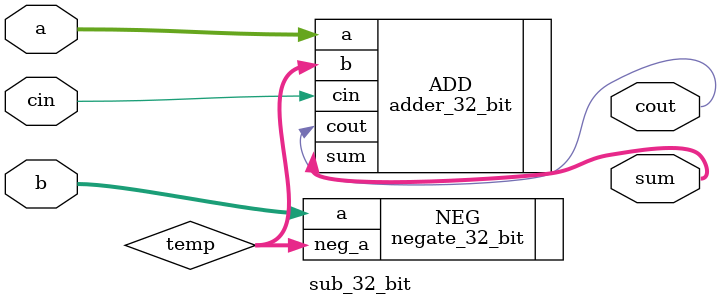
<source format=v>
module  sub_32_bit (
    input wire [31:0] a , b,
    input wire cin,
    output wire cout,
    output wire [31:0] sum
);
//to subtract, you need to negate the second number, then add it to first
wire [31:0] temp;

negate_32_bit NEG(.a(b),.neg_a(temp));
adder_32_bit ADD(.a(a),.b(temp),.cin(cin),.cout(cout),.sum(sum));

    
endmodule
</source>
